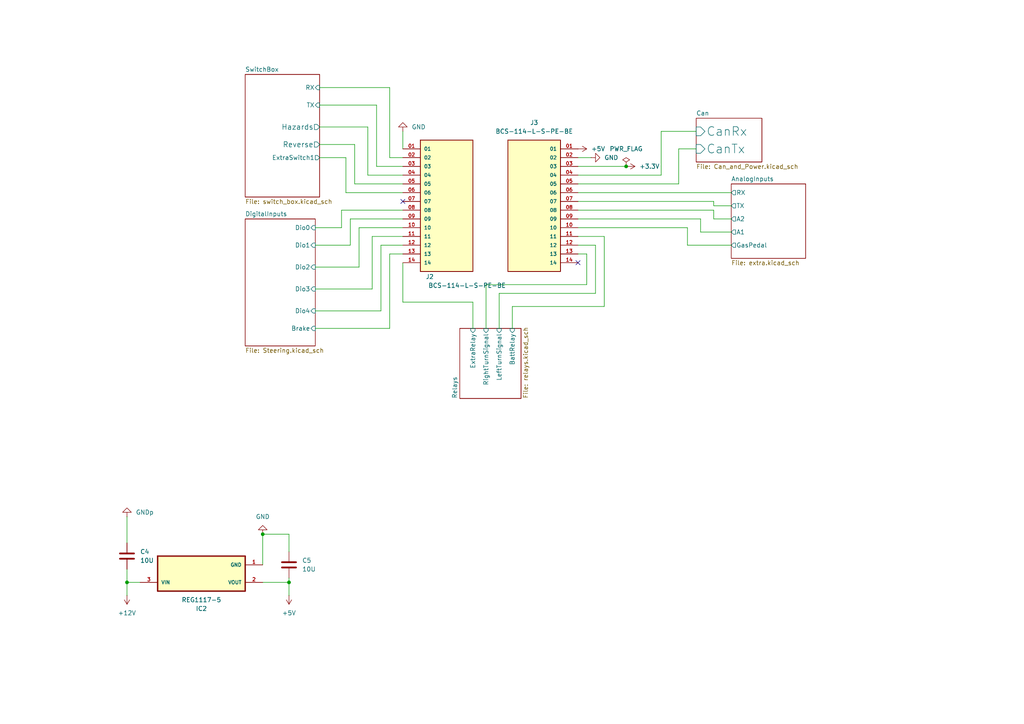
<source format=kicad_sch>
(kicad_sch (version 20250114) (generator "eeschema") (generator_version "9.0")
  (paper "A4")
  (lib_symbols
    (symbol "BCS-114-L-S-PE-BE:BCS-114-L-S-PE-BE" (pin_names (offset 1.016))
      (property "Reference" "J" (at -8.12 20.32 0))
      (property "Value" "BCS-114-L-S-PE-BE" (at -7.62 -20.32 0))
      (symbol "BCS-114-L-S-PE-BE_0_0"
        (rectangle (start -7.62 -17.78) (end 7.62 20.32) (stroke (width 0.254)) (fill (type background)))
        (pin passive line (at -12.7 17.78 0) (length 5.08) (name "01") (number "01"))
        (pin passive line (at -12.7 15.24 0) (length 5.08) (name "02") (number "02"))
        (pin passive line (at -12.7 12.7 0) (length 5.08) (name "03") (number "03"))
        (pin passive line (at -12.7 10.16 0) (length 5.08) (name "04") (number "04"))
        (pin passive line (at -12.7 7.62 0) (length 5.08) (name "05") (number "05"))
        (pin passive line (at -12.7 5.08 0) (length 5.08) (name "06") (number "06"))
        (pin passive line (at -12.7 2.54 0) (length 5.08) (name "07") (number "07"))
        (pin passive line (at -12.7 0 0) (length 5.08) (name "08") (number "08"))
        (pin passive line (at -12.7 -2.54 0) (length 5.08) (name "09") (number "09"))
        (pin passive line (at -12.7 -5.08 0) (length 5.08) (name "10") (number "10"))
        (pin passive line (at -12.7 -7.62 0) (length 5.08) (name "11") (number "11"))
        (pin passive line (at -12.7 -10.16 0) (length 5.08) (name "12") (number "12"))
        (pin passive line (at -12.7 -12.7 0) (length 5.08) (name "13") (number "13"))
        (pin passive line (at -12.7 -15.24 0) (length 5.08) (name "14") (number "14"))
      )
    )
    (symbol "Device:C" (pin_numbers (hide yes)) (pin_names (offset 0.254))
      (property "Reference" "C" (at 0.635 2.54 0))
      (property "Value" "C" (at 0.635 -2.54 0))
      (symbol "C_0_1"
        (polyline (pts (xy -2.032 0.762) (xy 2.032 0.762)) (stroke (width 0.508)))
        (polyline (pts (xy -2.032 -0.762) (xy 2.032 -0.762)) (stroke (width 0.508)))
      )
      (symbol "C_1_1"
        (pin passive line (at 0 3.81 270) (length 2.794) (name "~") (number "1"))
        (pin passive line (at 0 -3.81 90) (length 2.794) (name "~") (number "2"))
      )
    )
    (symbol "REG1117-5:REG1117-5" (pin_names (offset 1.016))
      (property "Reference" "IC" (at -12.7 6.08 0))
      (property "Value" "REG1117-5" (at -12.7 -9.08 0))
      (symbol "REG1117-5_0_0"
        (rectangle (start -12.7 -5.08) (end 12.7 5.08) (stroke (width 0.41)) (fill (type background)))
        (pin power_in line (at 17.78 -2.54 180) (length 5.08) (name "GND") (number "1"))
      )
      (symbol "REG1117-5_1_0"
        (pin power_in line (at -17.78 2.54 0) (length 5.08) (name "VIN") (number "3"))
        (pin power_out line (at 17.78 2.54 180) (length 5.08) (name "VOUT") (number "2"))
      )
    )
    (symbol "power:+12V" (power) (pin_numbers (hide yes)) (pin_names (offset 0) (hide yes))
      (property "Value" "+12V" (at 0 3.556 0))
      (symbol "+12V_0_1"
        (polyline (pts (xy -0.762 1.27) (xy 0 2.54)))
        (polyline (pts (xy 0 2.54) (xy 0.762 1.27)))
        (polyline (pts (xy 0 0) (xy 0 2.54)))
      )
      (symbol "+12V_1_1"
        (pin power_in line (at 0 0 90) (length 0) (name "~") (number "1"))
      )
    )
    (symbol "power:+3.3V" (power) (pin_numbers (hide yes)) (pin_names (offset 0) (hide yes))
      (property "Value" "+3.3V" (at 0 3.556 0))
      (symbol "+3.3V_0_1"
        (polyline (pts (xy -0.762 1.27) (xy 0 2.54)))
        (polyline (pts (xy 0 2.54) (xy 0.762 1.27)))
        (polyline (pts (xy 0 0) (xy 0 2.54)))
      )
      (symbol "+3.3V_1_1"
        (pin power_in line (at 0 0 90) (length 0) (name "~") (number "1"))
      )
    )
    (symbol "power:+5V" (power) (pin_numbers (hide yes)) (pin_names (offset 0) (hide yes))
      (property "Value" "+5V" (at 0 3.556 0))
      (symbol "+5V_0_1"
        (polyline (pts (xy -0.762 1.27) (xy 0 2.54)))
        (polyline (pts (xy 0 2.54) (xy 0.762 1.27)))
        (polyline (pts (xy 0 0) (xy 0 2.54)))
      )
      (symbol "+5V_1_1"
        (pin power_in line (at 0 0 90) (length 0) (name "~") (number "1"))
      )
    )
    (symbol "power:GND" (power) (pin_numbers (hide yes)) (pin_names (offset 0) (hide yes))
      (property "Value" "GND" (at 0 -3.81 0))
      (symbol "GND_0_1"
        (polyline (pts (xy 0 0) (xy 0 -1.27) (xy 1.27 -1.27) (xy 0 -2.54) (xy -1.27 -1.27) (xy 0 -1.27)))
      )
      (symbol "GND_1_1"
        (pin power_in line (at 0 0 270) (length 0) (name "~") (number "1"))
      )
    )
    (symbol "power:PWR_FLAG" (power) (pin_numbers (hide yes)) (pin_names (offset 0) (hide yes))
      (property "Value" "PWR_FLAG" (at 0 3.81 0))
      (symbol "PWR_FLAG_0_0"
        (pin power_out line (at 0 0 90) (length 0) (name "~") (number "1"))
      )
      (symbol "PWR_FLAG_0_1"
        (polyline (pts (xy 0 0) (xy 0 1.27) (xy -1.016 1.905) (xy 0 2.54) (xy 1.016 1.905) (xy 0 1.27)))
      )
    )
  )
  (junction (at 36.83 168.91))
  (junction (at 83.82 168.91))
  (junction (at 76.2 154.94))
  (junction (at 181.61 48.26))
  (no_connect (at 116.84 58.42))
  (no_connect (at 167.64 76.2))
  (wire (pts (xy 83.82 154.94) (xy 83.82 160.02)))
  (wire (pts (xy 207.01 63.5) (xy 212.09 63.5)))
  (wire (pts (xy 92.71 45.72) (xy 100.33 45.72)))
  (wire (pts (xy 76.2 168.91) (xy 83.82 168.91)))
  (wire (pts (xy 92.71 36.83) (xy 106.68 36.83)))
  (wire (pts (xy 140.97 82.55) (xy 170.18 82.55)))
  (wire (pts (xy 100.33 55.88) (xy 116.84 55.88)))
  (wire (pts (xy 113.03 45.72) (xy 116.84 45.72)))
  (wire (pts (xy 116.84 87.63) (xy 116.84 76.2)))
  (wire (pts (xy 116.84 68.58) (xy 107.95 68.58)))
  (wire (pts (xy 76.2 163.83) (xy 76.2 154.94)))
  (wire (pts (xy 170.18 82.55) (xy 170.18 73.66)))
  (wire (pts (xy 191.77 50.8) (xy 191.77 38.1)))
  (wire (pts (xy 100.33 45.72) (xy 100.33 55.88)))
  (wire (pts (xy 110.49 71.12) (xy 116.84 71.12)))
  (wire (pts (xy 203.2 67.31) (xy 203.2 63.5)))
  (wire (pts (xy 99.06 66.04) (xy 99.06 60.96)))
  (wire (pts (xy 116.84 38.1) (xy 116.84 43.18)))
  (wire (pts (xy 36.83 168.91) (xy 40.64 168.91)))
  (wire (pts (xy 101.6 63.5) (xy 101.6 71.12)))
  (wire (pts (xy 113.03 25.4) (xy 113.03 45.72)))
  (wire (pts (xy 102.87 41.91) (xy 102.87 53.34)))
  (wire (pts (xy 113.03 73.66) (xy 116.84 73.66)))
  (wire (pts (xy 107.95 83.82) (xy 91.44 83.82)))
  (wire (pts (xy 91.44 95.25) (xy 113.03 95.25)))
  (wire (pts (xy 199.39 71.12) (xy 212.09 71.12)))
  (wire (pts (xy 207.01 60.96) (xy 207.01 63.5)))
  (wire (pts (xy 109.22 48.26) (xy 109.22 30.48)))
  (wire (pts (xy 167.64 48.26) (xy 181.61 48.26)))
  (wire (pts (xy 83.82 167.64) (xy 83.82 168.91)))
  (wire (pts (xy 110.49 90.17) (xy 110.49 71.12)))
  (wire (pts (xy 91.44 77.47) (xy 104.14 77.47)))
  (wire (pts (xy 104.14 77.47) (xy 104.14 66.04)))
  (wire (pts (xy 167.64 45.72) (xy 171.45 45.72)))
  (wire (pts (xy 91.44 66.04) (xy 99.06 66.04)))
  (wire (pts (xy 170.18 73.66) (xy 167.64 73.66)))
  (wire (pts (xy 113.03 95.25) (xy 113.03 73.66)))
  (wire (pts (xy 212.09 59.69) (xy 207.01 59.69)))
  (wire (pts (xy 201.93 43.18) (xy 196.85 43.18)))
  (wire (pts (xy 148.59 88.9) (xy 175.26 88.9)))
  (wire (pts (xy 109.22 30.48) (xy 92.71 30.48)))
  (wire (pts (xy 36.83 165.1) (xy 36.83 168.91)))
  (wire (pts (xy 101.6 71.12) (xy 91.44 71.12)))
  (wire (pts (xy 106.68 36.83) (xy 106.68 50.8)))
  (wire (pts (xy 175.26 88.9) (xy 175.26 68.58)))
  (wire (pts (xy 175.26 68.58) (xy 167.64 68.58)))
  (wire (pts (xy 36.83 149.86) (xy 36.83 157.48)))
  (wire (pts (xy 137.16 95.25) (xy 137.16 87.63)))
  (wire (pts (xy 212.09 67.31) (xy 203.2 67.31)))
  (wire (pts (xy 148.59 88.9) (xy 148.59 95.25)))
  (wire (pts (xy 167.64 58.42) (xy 207.01 58.42)))
  (wire (pts (xy 199.39 66.04) (xy 167.64 66.04)))
  (wire (pts (xy 172.72 71.12) (xy 172.72 85.09)))
  (wire (pts (xy 107.95 68.58) (xy 107.95 83.82)))
  (wire (pts (xy 92.71 41.91) (xy 102.87 41.91)))
  (wire (pts (xy 167.64 53.34) (xy 196.85 53.34)))
  (wire (pts (xy 196.85 43.18) (xy 196.85 53.34)))
  (wire (pts (xy 92.71 25.4) (xy 113.03 25.4)))
  (wire (pts (xy 207.01 59.69) (xy 207.01 58.42)))
  (wire (pts (xy 116.84 63.5) (xy 101.6 63.5)))
  (wire (pts (xy 76.2 154.94) (xy 83.82 154.94)))
  (wire (pts (xy 102.87 53.34) (xy 116.84 53.34)))
  (wire (pts (xy 144.78 85.09) (xy 172.72 85.09)))
  (wire (pts (xy 116.84 48.26) (xy 109.22 48.26)))
  (wire (pts (xy 203.2 63.5) (xy 167.64 63.5)))
  (wire (pts (xy 104.14 66.04) (xy 116.84 66.04)))
  (wire (pts (xy 167.64 60.96) (xy 207.01 60.96)))
  (wire (pts (xy 191.77 38.1) (xy 201.93 38.1)))
  (wire (pts (xy 144.78 95.25) (xy 144.78 85.09)))
  (wire (pts (xy 137.16 87.63) (xy 116.84 87.63)))
  (wire (pts (xy 167.64 71.12) (xy 172.72 71.12)))
  (wire (pts (xy 99.06 60.96) (xy 116.84 60.96)))
  (wire (pts (xy 106.68 50.8) (xy 116.84 50.8)))
  (wire (pts (xy 140.97 95.25) (xy 140.97 82.55)))
  (wire (pts (xy 83.82 168.91) (xy 83.82 172.72)))
  (wire (pts (xy 36.83 168.91) (xy 36.83 172.72)))
  (wire (pts (xy 167.64 50.8) (xy 191.77 50.8)))
  (wire (pts (xy 91.44 90.17) (xy 110.49 90.17)))
  (wire (pts (xy 167.64 55.88) (xy 212.09 55.88)))
  (wire (pts (xy 199.39 71.12) (xy 199.39 66.04)))
  (symbol (lib_id "power:PWR_FLAG") (at 181.61 48.26 0) (unit 1)
    (property "Reference" "#FLG03" (effects (hide yes)))
    (property "Value" "PWR_FLAG" (at 181.61 43.18 0))
    (property "Description" "Special symbol for telling ERC where power comes from" (effects (hide yes)))
  )
  (symbol (lib_id "power:GND") (at 76.2 154.94 180) (unit 1)
    (property "Reference" "#PWR041" (effects (hide yes)))
    (property "Value" "GND" (at 76.2 149.86 0))
    (property "Description" "Power symbol creates a global label with name \"GND\" , ground" (effects (hide yes)))
  )
  (symbol (lib_id "power:+12V") (at 36.83 172.72 180) (unit 1)
    (property "Reference" "#PWR04" (effects (hide yes)))
    (property "Value" "+12V" (at 36.83 177.8 0))
    (property "Description" "Power symbol creates a global label with name \"+12V\"" (effects (hide yes)))
  )
  (symbol (lib_id "power:GND") (at 36.83 149.86 180) (unit 1)
    (property "Reference" "#PWR017" (effects (hide yes)))
    (property "Value" "GNDp" (at 39.37 148.5899 0) (effects (justify right)))
    (property "Description" "Power symbol creates a global label with name \"GND\" , ground" (effects (hide yes)))
  )
  (symbol (lib_id "Device:C") (at 36.83 161.29 0) (unit 1)
    (property "Reference" "C4" (at 40.64 160.0199 0) (effects (justify left)))
    (property "Value" "10U" (at 40.64 162.5599 0) (effects (justify left)))
    (property "Footprint" "Cap10U:CAPC2012X145N" (effects (hide yes)))
    (property "Description" "Unpolarized capacitor" (effects (hide yes)))
  )
  (symbol (lib_id "REG1117-5:REG1117-5") (at 58.42 166.37 0) (mirror x) (unit 1)
    (property "Reference" "IC2" (at 58.42 176.53 0))
    (property "Value" "REG1117-5" (at 58.42 173.99 0))
    (property "Footprint" "REG1117-5:SOT230P700X180-4N" (effects (hide yes)))
    (property "MF" "Texas Instruments" (effects (hide yes)))
    (property "Description_1" "800-mA, 15-V, linear voltage regulator" (effects (hide yes)))
    (property "Package" "SOT-223-4 Texas Instruments" (effects (hide yes)))
    (property "Price" "None" (effects (hide yes)))
    (property "SnapEDA_Link" "https://www.snapeda.com/parts/REG1117-5/Texas+Instruments/view-part/?ref=snap" (effects (hide yes)))
    (property "MP" "REG1117-5" (effects (hide yes)))
    (property "Availability" "In Stock" (effects (hide yes)))
    (property "Check_prices" "https://www.snapeda.com/parts/REG1117-5/Texas+Instruments/view-part/?ref=eda" (effects (hide yes)))
  )
  (symbol (lib_id "BCS-114-L-S-PE-BE:BCS-114-L-S-PE-BE") (at 129.54 60.96 0) (unit 1)
    (property "Reference" "J2" (at 123.444 80.264 0) (effects (justify left)))
    (property "Value" "BCS-114-L-S-PE-BE" (at 124.206 82.804 0) (effects (justify left)))
    (property "Footprint" "BCS:SAMTEC_BCS-114-L-S-PE-BE" (effects (hide yes)))
    (property "MF" "Samtec" (effects (hide yes)))
    (property "Description_1" "14 Position Receptacle, Pass Through Connector 0.100 (2.54mm) Through Hole Gold" (effects (hide yes)))
    (property "Package" "None" (effects (hide yes)))
    (property "Price" "None" (effects (hide yes)))
    (property "Check_prices" "https://www.snapeda.com/parts/BCS-114-L-S-PE-BE/Samtec/view-part/?ref=eda" (effects (hide yes)))
    (property "STANDARD" "Manufacturer Recommendations" (effects (hide yes)))
    (property "PARTREV" "R" (effects (hide yes)))
    (property "SnapEDA_Link" "https://www.snapeda.com/parts/BCS-114-L-S-PE-BE/Samtec/view-part/?ref=snap" (effects (hide yes)))
    (property "MP" "BCS-114-L-S-PE-BE" (effects (hide yes)))
    (property "Availability" "In Stock" (effects (hide yes)))
    (property "MANUFACTURER" "Samtec" (effects (hide yes)))
  )
  (symbol (lib_id "power:+5V") (at 167.64 43.18 270) (unit 1)
    (property "Reference" "#PWR026" (effects (hide yes)))
    (property "Value" "+5V" (at 171.45 43.1799 90) (effects (justify left)))
    (property "Description" "Power symbol creates a global label with name \"+5V\"" (effects (hide yes)))
  )
  (symbol (lib_id "power:+5V") (at 83.82 172.72 180) (unit 1)
    (property "Reference" "#PWR09" (effects (hide yes)))
    (property "Value" "+5V" (at 83.82 177.8 0))
    (property "Description" "Power symbol creates a global label with name \"+5V\"" (effects (hide yes)))
  )
  (symbol (lib_id "power:GND") (at 116.84 38.1 180) (unit 1)
    (property "Reference" "#PWR014" (effects (hide yes)))
    (property "Value" "GND" (at 119.38 36.8299 0) (effects (justify right)))
    (property "Description" "Power symbol creates a global label with name \"GND\" , ground" (effects (hide yes)))
  )
  (symbol (lib_id "power:+3.3V") (at 181.61 48.26 270) (unit 1)
    (property "Reference" "#PWR038" (effects (hide yes)))
    (property "Value" "+3.3V" (at 185.42 48.2599 90) (effects (justify left)))
    (property "Description" "Power symbol creates a global label with name \"+3.3V\"" (effects (hide yes)))
  )
  (symbol (lib_id "power:GND") (at 171.45 45.72 90) (unit 1)
    (property "Reference" "#PWR025" (effects (hide yes)))
    (property "Value" "GND" (at 175.26 45.7199 90) (effects (justify right)))
    (property "Description" "Power symbol creates a global label with name \"GND\" , ground" (effects (hide yes)))
  )
  (symbol (lib_id "BCS-114-L-S-PE-BE:BCS-114-L-S-PE-BE") (at 154.94 60.96 0) (mirror y) (unit 1)
    (property "Reference" "J3" (at 154.94 35.56 0))
    (property "Value" "BCS-114-L-S-PE-BE" (at 154.94 38.1 0))
    (property "Footprint" "BCS:SAMTEC_BCS-114-L-S-PE-BE" (effects (hide yes)))
    (property "MF" "Samtec" (effects (hide yes)))
    (property "Description_1" "14 Position Receptacle, Pass Through Connector 0.100 (2.54mm) Through Hole Gold" (effects (hide yes)))
    (property "Package" "None" (effects (hide yes)))
    (property "Price" "None" (effects (hide yes)))
    (property "Check_prices" "https://www.snapeda.com/parts/BCS-114-L-S-PE-BE/Samtec/view-part/?ref=eda" (effects (hide yes)))
    (property "STANDARD" "Manufacturer Recommendations" (effects (hide yes)))
    (property "PARTREV" "R" (effects (hide yes)))
    (property "SnapEDA_Link" "https://www.snapeda.com/parts/BCS-114-L-S-PE-BE/Samtec/view-part/?ref=snap" (effects (hide yes)))
    (property "MP" "BCS-114-L-S-PE-BE" (effects (hide yes)))
    (property "Availability" "In Stock" (effects (hide yes)))
    (property "MANUFACTURER" "Samtec" (effects (hide yes)))
  )
  (symbol (lib_id "Device:C") (at 83.82 163.83 0) (unit 1)
    (property "Reference" "C5" (at 87.63 162.5599 0) (effects (justify left)))
    (property "Value" "10U" (at 87.63 165.0999 0) (effects (justify left)))
    (property "Footprint" "Cap10U:CAPC2012X145N" (effects (hide yes)))
    (property "Description" "Unpolarized capacitor" (effects (hide yes)))
  )
  (sheet (at 133.35 95.25) (size 17.78 20.32) (stroke (width 0.1524))
    (property "Sheetname" "Relays" (at 132.6384 115.57 90) (effects (justify left bottom)))
    (property "Sheetfile" "relays.kicad_sch" (at 151.7146 115.57 90) (effects (justify left top)))
    (pin "BattRelay" input (at 148.59 95.25 90))
    (pin "ExtraRelay" input (at 137.16 95.25 90))
    (pin "LeftTurnSignal" input (at 144.78 95.25 90))
    (pin "RightTurnSignal" input (at 140.97 95.25 90))
  )
  (sheet (at 71.12 21.59) (size 21.59 35.56) (stroke (width 0.1524))
    (property "Sheetname" "SwitchBox" (at 71.12 20.8784 0) (effects (justify left bottom)))
    (property "Sheetfile" "switch_box.kicad_sch" (at 71.12 57.7346 0) (effects (justify left top)))
    (pin "Hazards" output (at 92.71 36.83 0) (effects (font (size 1.524 1.524))))
    (pin "Reverse" output (at 92.71 41.91 0) (effects (font (size 1.524 1.524))))
    (pin "ExtraSwitch1" output (at 92.71 45.72 0))
    (pin "RX" input (at 92.71 25.4 0))
    (pin "TX" input (at 92.71 30.48 0))
  )
  (sheet (at 71.12 63.5) (size 20.32 36.83) (stroke (width 0.1524))
    (property "Sheetname" "DigitalInputs" (at 71.12 62.7884 0) (effects (justify left bottom)))
    (property "Sheetfile" "Steering.kicad_sch" (at 71.12 100.9146 0) (effects (justify left top)))
    (pin "Dio0" input (at 91.44 66.04 0))
    (pin "Dio1" input (at 91.44 71.12 0))
    (pin "Dio2" input (at 91.44 77.47 0))
    (pin "Dio3" input (at 91.44 83.82 0))
    (pin "Dio4" input (at 91.44 90.17 0))
    (pin "Brake" input (at 91.44 95.25 0))
  )
  (sheet (at 212.09 53.34) (size 21.59 21.59) (stroke (width 0.1524))
    (property "Sheetname" "AnalogInputs" (at 212.09 52.6284 0) (effects (justify left bottom)))
    (property "Sheetfile" "extra.kicad_sch" (at 212.09 75.5146 0) (effects (justify left top)))
    (pin "A1" output (at 212.09 67.31 180))
    (pin "A2" output (at 212.09 63.5 180))
    (pin "RX" output (at 212.09 55.88 180))
    (pin "TX" output (at 212.09 59.69 180))
    (pin "GasPedal" output (at 212.09 71.12 180))
  )
  (sheet (at 201.93 34.29) (size 19.05 12.7) (stroke (width 0.1524))
    (property "Sheetname" "Can" (at 201.93 33.5784 0) (effects (justify left bottom)))
    (property "Sheetfile" "Can_and_Power.kicad_sch" (at 201.93 47.5746 0) (effects (justify left top)))
    (pin "CanRx" input (at 201.93 38.1 180) (effects (font (size 2.54 2.54))))
    (pin "CanTx" input (at 201.93 43.18 180) (effects (font (size 2.54 2.54))))
  )
)
</source>
